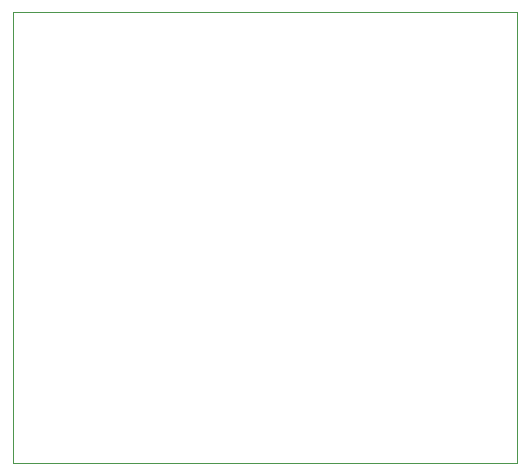
<source format=gbr>
%TF.GenerationSoftware,KiCad,Pcbnew,9.0.4*%
%TF.CreationDate,2025-12-25T18:25:57-05:00*%
%TF.ProjectId,DonkeyKongCPUPromReplacement,446f6e6b-6579-44b6-9f6e-674350555072,rev?*%
%TF.SameCoordinates,Original*%
%TF.FileFunction,Profile,NP*%
%FSLAX46Y46*%
G04 Gerber Fmt 4.6, Leading zero omitted, Abs format (unit mm)*
G04 Created by KiCad (PCBNEW 9.0.4) date 2025-12-25 18:25:57*
%MOMM*%
%LPD*%
G01*
G04 APERTURE LIST*
%TA.AperFunction,Profile*%
%ADD10C,0.050000*%
%TD*%
G04 APERTURE END LIST*
D10*
X27178000Y-37211000D02*
X69850000Y-37211000D01*
X69850000Y-75438000D01*
X27178000Y-75438000D01*
X27178000Y-37211000D01*
M02*

</source>
